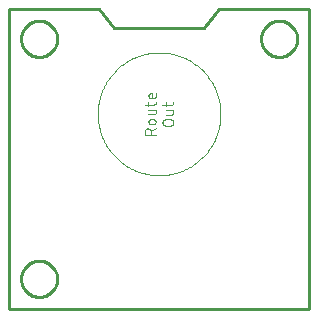
<source format=gko>
G04 EAGLE Gerber RS-274X export*
G75*
%MOMM*%
%FSLAX34Y34*%
%LPD*%
%IN*%
%IPPOS*%
%AMOC8*
5,1,8,0,0,1.08239X$1,22.5*%
G01*
%ADD10C,0.203200*%
%ADD11C,0.000000*%
%ADD12C,0.100000*%
%ADD13C,0.076200*%
%ADD14C,0.254000*%


D10*
X0Y254000D02*
X0Y0D01*
X254000Y0D01*
X254000Y254000D01*
X76200Y254000D02*
X0Y254000D01*
X76200Y254000D02*
X88900Y237490D01*
X165100Y237490D01*
X177800Y254000D01*
X254000Y254000D01*
D11*
X213360Y228600D02*
X213365Y228974D01*
X213378Y229348D01*
X213401Y229721D01*
X213433Y230094D01*
X213475Y230466D01*
X213525Y230836D01*
X213584Y231205D01*
X213653Y231573D01*
X213730Y231939D01*
X213817Y232303D01*
X213912Y232665D01*
X214016Y233024D01*
X214129Y233381D01*
X214251Y233734D01*
X214381Y234085D01*
X214520Y234432D01*
X214667Y234776D01*
X214823Y235116D01*
X214987Y235452D01*
X215160Y235784D01*
X215340Y236112D01*
X215528Y236435D01*
X215724Y236753D01*
X215928Y237067D01*
X216140Y237375D01*
X216359Y237678D01*
X216586Y237976D01*
X216819Y238268D01*
X217060Y238554D01*
X217308Y238835D01*
X217562Y239109D01*
X217824Y239376D01*
X218091Y239638D01*
X218365Y239892D01*
X218646Y240140D01*
X218932Y240381D01*
X219224Y240614D01*
X219522Y240841D01*
X219825Y241060D01*
X220133Y241272D01*
X220447Y241476D01*
X220765Y241672D01*
X221088Y241860D01*
X221416Y242040D01*
X221748Y242213D01*
X222084Y242377D01*
X222424Y242533D01*
X222768Y242680D01*
X223115Y242819D01*
X223466Y242949D01*
X223819Y243071D01*
X224176Y243184D01*
X224535Y243288D01*
X224897Y243383D01*
X225261Y243470D01*
X225627Y243547D01*
X225995Y243616D01*
X226364Y243675D01*
X226734Y243725D01*
X227106Y243767D01*
X227479Y243799D01*
X227852Y243822D01*
X228226Y243835D01*
X228600Y243840D01*
X228974Y243835D01*
X229348Y243822D01*
X229721Y243799D01*
X230094Y243767D01*
X230466Y243725D01*
X230836Y243675D01*
X231205Y243616D01*
X231573Y243547D01*
X231939Y243470D01*
X232303Y243383D01*
X232665Y243288D01*
X233024Y243184D01*
X233381Y243071D01*
X233734Y242949D01*
X234085Y242819D01*
X234432Y242680D01*
X234776Y242533D01*
X235116Y242377D01*
X235452Y242213D01*
X235784Y242040D01*
X236112Y241860D01*
X236435Y241672D01*
X236753Y241476D01*
X237067Y241272D01*
X237375Y241060D01*
X237678Y240841D01*
X237976Y240614D01*
X238268Y240381D01*
X238554Y240140D01*
X238835Y239892D01*
X239109Y239638D01*
X239376Y239376D01*
X239638Y239109D01*
X239892Y238835D01*
X240140Y238554D01*
X240381Y238268D01*
X240614Y237976D01*
X240841Y237678D01*
X241060Y237375D01*
X241272Y237067D01*
X241476Y236753D01*
X241672Y236435D01*
X241860Y236112D01*
X242040Y235784D01*
X242213Y235452D01*
X242377Y235116D01*
X242533Y234776D01*
X242680Y234432D01*
X242819Y234085D01*
X242949Y233734D01*
X243071Y233381D01*
X243184Y233024D01*
X243288Y232665D01*
X243383Y232303D01*
X243470Y231939D01*
X243547Y231573D01*
X243616Y231205D01*
X243675Y230836D01*
X243725Y230466D01*
X243767Y230094D01*
X243799Y229721D01*
X243822Y229348D01*
X243835Y228974D01*
X243840Y228600D01*
X243835Y228226D01*
X243822Y227852D01*
X243799Y227479D01*
X243767Y227106D01*
X243725Y226734D01*
X243675Y226364D01*
X243616Y225995D01*
X243547Y225627D01*
X243470Y225261D01*
X243383Y224897D01*
X243288Y224535D01*
X243184Y224176D01*
X243071Y223819D01*
X242949Y223466D01*
X242819Y223115D01*
X242680Y222768D01*
X242533Y222424D01*
X242377Y222084D01*
X242213Y221748D01*
X242040Y221416D01*
X241860Y221088D01*
X241672Y220765D01*
X241476Y220447D01*
X241272Y220133D01*
X241060Y219825D01*
X240841Y219522D01*
X240614Y219224D01*
X240381Y218932D01*
X240140Y218646D01*
X239892Y218365D01*
X239638Y218091D01*
X239376Y217824D01*
X239109Y217562D01*
X238835Y217308D01*
X238554Y217060D01*
X238268Y216819D01*
X237976Y216586D01*
X237678Y216359D01*
X237375Y216140D01*
X237067Y215928D01*
X236753Y215724D01*
X236435Y215528D01*
X236112Y215340D01*
X235784Y215160D01*
X235452Y214987D01*
X235116Y214823D01*
X234776Y214667D01*
X234432Y214520D01*
X234085Y214381D01*
X233734Y214251D01*
X233381Y214129D01*
X233024Y214016D01*
X232665Y213912D01*
X232303Y213817D01*
X231939Y213730D01*
X231573Y213653D01*
X231205Y213584D01*
X230836Y213525D01*
X230466Y213475D01*
X230094Y213433D01*
X229721Y213401D01*
X229348Y213378D01*
X228974Y213365D01*
X228600Y213360D01*
X228226Y213365D01*
X227852Y213378D01*
X227479Y213401D01*
X227106Y213433D01*
X226734Y213475D01*
X226364Y213525D01*
X225995Y213584D01*
X225627Y213653D01*
X225261Y213730D01*
X224897Y213817D01*
X224535Y213912D01*
X224176Y214016D01*
X223819Y214129D01*
X223466Y214251D01*
X223115Y214381D01*
X222768Y214520D01*
X222424Y214667D01*
X222084Y214823D01*
X221748Y214987D01*
X221416Y215160D01*
X221088Y215340D01*
X220765Y215528D01*
X220447Y215724D01*
X220133Y215928D01*
X219825Y216140D01*
X219522Y216359D01*
X219224Y216586D01*
X218932Y216819D01*
X218646Y217060D01*
X218365Y217308D01*
X218091Y217562D01*
X217824Y217824D01*
X217562Y218091D01*
X217308Y218365D01*
X217060Y218646D01*
X216819Y218932D01*
X216586Y219224D01*
X216359Y219522D01*
X216140Y219825D01*
X215928Y220133D01*
X215724Y220447D01*
X215528Y220765D01*
X215340Y221088D01*
X215160Y221416D01*
X214987Y221748D01*
X214823Y222084D01*
X214667Y222424D01*
X214520Y222768D01*
X214381Y223115D01*
X214251Y223466D01*
X214129Y223819D01*
X214016Y224176D01*
X213912Y224535D01*
X213817Y224897D01*
X213730Y225261D01*
X213653Y225627D01*
X213584Y225995D01*
X213525Y226364D01*
X213475Y226734D01*
X213433Y227106D01*
X213401Y227479D01*
X213378Y227852D01*
X213365Y228226D01*
X213360Y228600D01*
X10160Y228600D02*
X10165Y228974D01*
X10178Y229348D01*
X10201Y229721D01*
X10233Y230094D01*
X10275Y230466D01*
X10325Y230836D01*
X10384Y231205D01*
X10453Y231573D01*
X10530Y231939D01*
X10617Y232303D01*
X10712Y232665D01*
X10816Y233024D01*
X10929Y233381D01*
X11051Y233734D01*
X11181Y234085D01*
X11320Y234432D01*
X11467Y234776D01*
X11623Y235116D01*
X11787Y235452D01*
X11960Y235784D01*
X12140Y236112D01*
X12328Y236435D01*
X12524Y236753D01*
X12728Y237067D01*
X12940Y237375D01*
X13159Y237678D01*
X13386Y237976D01*
X13619Y238268D01*
X13860Y238554D01*
X14108Y238835D01*
X14362Y239109D01*
X14624Y239376D01*
X14891Y239638D01*
X15165Y239892D01*
X15446Y240140D01*
X15732Y240381D01*
X16024Y240614D01*
X16322Y240841D01*
X16625Y241060D01*
X16933Y241272D01*
X17247Y241476D01*
X17565Y241672D01*
X17888Y241860D01*
X18216Y242040D01*
X18548Y242213D01*
X18884Y242377D01*
X19224Y242533D01*
X19568Y242680D01*
X19915Y242819D01*
X20266Y242949D01*
X20619Y243071D01*
X20976Y243184D01*
X21335Y243288D01*
X21697Y243383D01*
X22061Y243470D01*
X22427Y243547D01*
X22795Y243616D01*
X23164Y243675D01*
X23534Y243725D01*
X23906Y243767D01*
X24279Y243799D01*
X24652Y243822D01*
X25026Y243835D01*
X25400Y243840D01*
X25774Y243835D01*
X26148Y243822D01*
X26521Y243799D01*
X26894Y243767D01*
X27266Y243725D01*
X27636Y243675D01*
X28005Y243616D01*
X28373Y243547D01*
X28739Y243470D01*
X29103Y243383D01*
X29465Y243288D01*
X29824Y243184D01*
X30181Y243071D01*
X30534Y242949D01*
X30885Y242819D01*
X31232Y242680D01*
X31576Y242533D01*
X31916Y242377D01*
X32252Y242213D01*
X32584Y242040D01*
X32912Y241860D01*
X33235Y241672D01*
X33553Y241476D01*
X33867Y241272D01*
X34175Y241060D01*
X34478Y240841D01*
X34776Y240614D01*
X35068Y240381D01*
X35354Y240140D01*
X35635Y239892D01*
X35909Y239638D01*
X36176Y239376D01*
X36438Y239109D01*
X36692Y238835D01*
X36940Y238554D01*
X37181Y238268D01*
X37414Y237976D01*
X37641Y237678D01*
X37860Y237375D01*
X38072Y237067D01*
X38276Y236753D01*
X38472Y236435D01*
X38660Y236112D01*
X38840Y235784D01*
X39013Y235452D01*
X39177Y235116D01*
X39333Y234776D01*
X39480Y234432D01*
X39619Y234085D01*
X39749Y233734D01*
X39871Y233381D01*
X39984Y233024D01*
X40088Y232665D01*
X40183Y232303D01*
X40270Y231939D01*
X40347Y231573D01*
X40416Y231205D01*
X40475Y230836D01*
X40525Y230466D01*
X40567Y230094D01*
X40599Y229721D01*
X40622Y229348D01*
X40635Y228974D01*
X40640Y228600D01*
X40635Y228226D01*
X40622Y227852D01*
X40599Y227479D01*
X40567Y227106D01*
X40525Y226734D01*
X40475Y226364D01*
X40416Y225995D01*
X40347Y225627D01*
X40270Y225261D01*
X40183Y224897D01*
X40088Y224535D01*
X39984Y224176D01*
X39871Y223819D01*
X39749Y223466D01*
X39619Y223115D01*
X39480Y222768D01*
X39333Y222424D01*
X39177Y222084D01*
X39013Y221748D01*
X38840Y221416D01*
X38660Y221088D01*
X38472Y220765D01*
X38276Y220447D01*
X38072Y220133D01*
X37860Y219825D01*
X37641Y219522D01*
X37414Y219224D01*
X37181Y218932D01*
X36940Y218646D01*
X36692Y218365D01*
X36438Y218091D01*
X36176Y217824D01*
X35909Y217562D01*
X35635Y217308D01*
X35354Y217060D01*
X35068Y216819D01*
X34776Y216586D01*
X34478Y216359D01*
X34175Y216140D01*
X33867Y215928D01*
X33553Y215724D01*
X33235Y215528D01*
X32912Y215340D01*
X32584Y215160D01*
X32252Y214987D01*
X31916Y214823D01*
X31576Y214667D01*
X31232Y214520D01*
X30885Y214381D01*
X30534Y214251D01*
X30181Y214129D01*
X29824Y214016D01*
X29465Y213912D01*
X29103Y213817D01*
X28739Y213730D01*
X28373Y213653D01*
X28005Y213584D01*
X27636Y213525D01*
X27266Y213475D01*
X26894Y213433D01*
X26521Y213401D01*
X26148Y213378D01*
X25774Y213365D01*
X25400Y213360D01*
X25026Y213365D01*
X24652Y213378D01*
X24279Y213401D01*
X23906Y213433D01*
X23534Y213475D01*
X23164Y213525D01*
X22795Y213584D01*
X22427Y213653D01*
X22061Y213730D01*
X21697Y213817D01*
X21335Y213912D01*
X20976Y214016D01*
X20619Y214129D01*
X20266Y214251D01*
X19915Y214381D01*
X19568Y214520D01*
X19224Y214667D01*
X18884Y214823D01*
X18548Y214987D01*
X18216Y215160D01*
X17888Y215340D01*
X17565Y215528D01*
X17247Y215724D01*
X16933Y215928D01*
X16625Y216140D01*
X16322Y216359D01*
X16024Y216586D01*
X15732Y216819D01*
X15446Y217060D01*
X15165Y217308D01*
X14891Y217562D01*
X14624Y217824D01*
X14362Y218091D01*
X14108Y218365D01*
X13860Y218646D01*
X13619Y218932D01*
X13386Y219224D01*
X13159Y219522D01*
X12940Y219825D01*
X12728Y220133D01*
X12524Y220447D01*
X12328Y220765D01*
X12140Y221088D01*
X11960Y221416D01*
X11787Y221748D01*
X11623Y222084D01*
X11467Y222424D01*
X11320Y222768D01*
X11181Y223115D01*
X11051Y223466D01*
X10929Y223819D01*
X10816Y224176D01*
X10712Y224535D01*
X10617Y224897D01*
X10530Y225261D01*
X10453Y225627D01*
X10384Y225995D01*
X10325Y226364D01*
X10275Y226734D01*
X10233Y227106D01*
X10201Y227479D01*
X10178Y227852D01*
X10165Y228226D01*
X10160Y228600D01*
X10160Y25400D02*
X10165Y25774D01*
X10178Y26148D01*
X10201Y26521D01*
X10233Y26894D01*
X10275Y27266D01*
X10325Y27636D01*
X10384Y28005D01*
X10453Y28373D01*
X10530Y28739D01*
X10617Y29103D01*
X10712Y29465D01*
X10816Y29824D01*
X10929Y30181D01*
X11051Y30534D01*
X11181Y30885D01*
X11320Y31232D01*
X11467Y31576D01*
X11623Y31916D01*
X11787Y32252D01*
X11960Y32584D01*
X12140Y32912D01*
X12328Y33235D01*
X12524Y33553D01*
X12728Y33867D01*
X12940Y34175D01*
X13159Y34478D01*
X13386Y34776D01*
X13619Y35068D01*
X13860Y35354D01*
X14108Y35635D01*
X14362Y35909D01*
X14624Y36176D01*
X14891Y36438D01*
X15165Y36692D01*
X15446Y36940D01*
X15732Y37181D01*
X16024Y37414D01*
X16322Y37641D01*
X16625Y37860D01*
X16933Y38072D01*
X17247Y38276D01*
X17565Y38472D01*
X17888Y38660D01*
X18216Y38840D01*
X18548Y39013D01*
X18884Y39177D01*
X19224Y39333D01*
X19568Y39480D01*
X19915Y39619D01*
X20266Y39749D01*
X20619Y39871D01*
X20976Y39984D01*
X21335Y40088D01*
X21697Y40183D01*
X22061Y40270D01*
X22427Y40347D01*
X22795Y40416D01*
X23164Y40475D01*
X23534Y40525D01*
X23906Y40567D01*
X24279Y40599D01*
X24652Y40622D01*
X25026Y40635D01*
X25400Y40640D01*
X25774Y40635D01*
X26148Y40622D01*
X26521Y40599D01*
X26894Y40567D01*
X27266Y40525D01*
X27636Y40475D01*
X28005Y40416D01*
X28373Y40347D01*
X28739Y40270D01*
X29103Y40183D01*
X29465Y40088D01*
X29824Y39984D01*
X30181Y39871D01*
X30534Y39749D01*
X30885Y39619D01*
X31232Y39480D01*
X31576Y39333D01*
X31916Y39177D01*
X32252Y39013D01*
X32584Y38840D01*
X32912Y38660D01*
X33235Y38472D01*
X33553Y38276D01*
X33867Y38072D01*
X34175Y37860D01*
X34478Y37641D01*
X34776Y37414D01*
X35068Y37181D01*
X35354Y36940D01*
X35635Y36692D01*
X35909Y36438D01*
X36176Y36176D01*
X36438Y35909D01*
X36692Y35635D01*
X36940Y35354D01*
X37181Y35068D01*
X37414Y34776D01*
X37641Y34478D01*
X37860Y34175D01*
X38072Y33867D01*
X38276Y33553D01*
X38472Y33235D01*
X38660Y32912D01*
X38840Y32584D01*
X39013Y32252D01*
X39177Y31916D01*
X39333Y31576D01*
X39480Y31232D01*
X39619Y30885D01*
X39749Y30534D01*
X39871Y30181D01*
X39984Y29824D01*
X40088Y29465D01*
X40183Y29103D01*
X40270Y28739D01*
X40347Y28373D01*
X40416Y28005D01*
X40475Y27636D01*
X40525Y27266D01*
X40567Y26894D01*
X40599Y26521D01*
X40622Y26148D01*
X40635Y25774D01*
X40640Y25400D01*
X40635Y25026D01*
X40622Y24652D01*
X40599Y24279D01*
X40567Y23906D01*
X40525Y23534D01*
X40475Y23164D01*
X40416Y22795D01*
X40347Y22427D01*
X40270Y22061D01*
X40183Y21697D01*
X40088Y21335D01*
X39984Y20976D01*
X39871Y20619D01*
X39749Y20266D01*
X39619Y19915D01*
X39480Y19568D01*
X39333Y19224D01*
X39177Y18884D01*
X39013Y18548D01*
X38840Y18216D01*
X38660Y17888D01*
X38472Y17565D01*
X38276Y17247D01*
X38072Y16933D01*
X37860Y16625D01*
X37641Y16322D01*
X37414Y16024D01*
X37181Y15732D01*
X36940Y15446D01*
X36692Y15165D01*
X36438Y14891D01*
X36176Y14624D01*
X35909Y14362D01*
X35635Y14108D01*
X35354Y13860D01*
X35068Y13619D01*
X34776Y13386D01*
X34478Y13159D01*
X34175Y12940D01*
X33867Y12728D01*
X33553Y12524D01*
X33235Y12328D01*
X32912Y12140D01*
X32584Y11960D01*
X32252Y11787D01*
X31916Y11623D01*
X31576Y11467D01*
X31232Y11320D01*
X30885Y11181D01*
X30534Y11051D01*
X30181Y10929D01*
X29824Y10816D01*
X29465Y10712D01*
X29103Y10617D01*
X28739Y10530D01*
X28373Y10453D01*
X28005Y10384D01*
X27636Y10325D01*
X27266Y10275D01*
X26894Y10233D01*
X26521Y10201D01*
X26148Y10178D01*
X25774Y10165D01*
X25400Y10160D01*
X25026Y10165D01*
X24652Y10178D01*
X24279Y10201D01*
X23906Y10233D01*
X23534Y10275D01*
X23164Y10325D01*
X22795Y10384D01*
X22427Y10453D01*
X22061Y10530D01*
X21697Y10617D01*
X21335Y10712D01*
X20976Y10816D01*
X20619Y10929D01*
X20266Y11051D01*
X19915Y11181D01*
X19568Y11320D01*
X19224Y11467D01*
X18884Y11623D01*
X18548Y11787D01*
X18216Y11960D01*
X17888Y12140D01*
X17565Y12328D01*
X17247Y12524D01*
X16933Y12728D01*
X16625Y12940D01*
X16322Y13159D01*
X16024Y13386D01*
X15732Y13619D01*
X15446Y13860D01*
X15165Y14108D01*
X14891Y14362D01*
X14624Y14624D01*
X14362Y14891D01*
X14108Y15165D01*
X13860Y15446D01*
X13619Y15732D01*
X13386Y16024D01*
X13159Y16322D01*
X12940Y16625D01*
X12728Y16933D01*
X12524Y17247D01*
X12328Y17565D01*
X12140Y17888D01*
X11960Y18216D01*
X11787Y18548D01*
X11623Y18884D01*
X11467Y19224D01*
X11320Y19568D01*
X11181Y19915D01*
X11051Y20266D01*
X10929Y20619D01*
X10816Y20976D01*
X10712Y21335D01*
X10617Y21697D01*
X10530Y22061D01*
X10453Y22427D01*
X10384Y22795D01*
X10325Y23164D01*
X10275Y23534D01*
X10233Y23906D01*
X10201Y24279D01*
X10178Y24652D01*
X10165Y25026D01*
X10160Y25400D01*
D12*
X75000Y165100D02*
X75016Y166376D01*
X75063Y167652D01*
X75141Y168925D01*
X75250Y170197D01*
X75391Y171465D01*
X75563Y172730D01*
X75766Y173990D01*
X75999Y175245D01*
X76263Y176493D01*
X76558Y177735D01*
X76884Y178969D01*
X77239Y180195D01*
X77625Y181411D01*
X78040Y182618D01*
X78484Y183815D01*
X78958Y185000D01*
X79461Y186173D01*
X79993Y187333D01*
X80552Y188480D01*
X81140Y189613D01*
X81755Y190731D01*
X82398Y191833D01*
X83068Y192920D01*
X83764Y193990D01*
X84486Y195042D01*
X85233Y196076D01*
X86006Y197092D01*
X86803Y198088D01*
X87625Y199065D01*
X88471Y200021D01*
X89339Y200956D01*
X90230Y201870D01*
X91144Y202761D01*
X92079Y203629D01*
X93035Y204475D01*
X94012Y205297D01*
X95008Y206094D01*
X96024Y206867D01*
X97058Y207614D01*
X98110Y208336D01*
X99180Y209032D01*
X100267Y209702D01*
X101369Y210345D01*
X102487Y210960D01*
X103620Y211548D01*
X104767Y212107D01*
X105927Y212639D01*
X107100Y213142D01*
X108285Y213616D01*
X109482Y214060D01*
X110689Y214475D01*
X111905Y214861D01*
X113131Y215216D01*
X114365Y215542D01*
X115607Y215837D01*
X116855Y216101D01*
X118110Y216334D01*
X119370Y216537D01*
X120635Y216709D01*
X121903Y216850D01*
X123175Y216959D01*
X124448Y217037D01*
X125724Y217084D01*
X127000Y217100D01*
X128276Y217084D01*
X129552Y217037D01*
X130825Y216959D01*
X132097Y216850D01*
X133365Y216709D01*
X134630Y216537D01*
X135890Y216334D01*
X137145Y216101D01*
X138393Y215837D01*
X139635Y215542D01*
X140869Y215216D01*
X142095Y214861D01*
X143311Y214475D01*
X144518Y214060D01*
X145715Y213616D01*
X146900Y213142D01*
X148073Y212639D01*
X149233Y212107D01*
X150380Y211548D01*
X151513Y210960D01*
X152631Y210345D01*
X153733Y209702D01*
X154820Y209032D01*
X155890Y208336D01*
X156942Y207614D01*
X157976Y206867D01*
X158992Y206094D01*
X159988Y205297D01*
X160965Y204475D01*
X161921Y203629D01*
X162856Y202761D01*
X163770Y201870D01*
X164661Y200956D01*
X165529Y200021D01*
X166375Y199065D01*
X167197Y198088D01*
X167994Y197092D01*
X168767Y196076D01*
X169514Y195042D01*
X170236Y193990D01*
X170932Y192920D01*
X171602Y191833D01*
X172245Y190731D01*
X172860Y189613D01*
X173448Y188480D01*
X174007Y187333D01*
X174539Y186173D01*
X175042Y185000D01*
X175516Y183815D01*
X175960Y182618D01*
X176375Y181411D01*
X176761Y180195D01*
X177116Y178969D01*
X177442Y177735D01*
X177737Y176493D01*
X178001Y175245D01*
X178234Y173990D01*
X178437Y172730D01*
X178609Y171465D01*
X178750Y170197D01*
X178859Y168925D01*
X178937Y167652D01*
X178984Y166376D01*
X179000Y165100D01*
X178984Y163824D01*
X178937Y162548D01*
X178859Y161275D01*
X178750Y160003D01*
X178609Y158735D01*
X178437Y157470D01*
X178234Y156210D01*
X178001Y154955D01*
X177737Y153707D01*
X177442Y152465D01*
X177116Y151231D01*
X176761Y150005D01*
X176375Y148789D01*
X175960Y147582D01*
X175516Y146385D01*
X175042Y145200D01*
X174539Y144027D01*
X174007Y142867D01*
X173448Y141720D01*
X172860Y140587D01*
X172245Y139469D01*
X171602Y138367D01*
X170932Y137280D01*
X170236Y136210D01*
X169514Y135158D01*
X168767Y134124D01*
X167994Y133108D01*
X167197Y132112D01*
X166375Y131135D01*
X165529Y130179D01*
X164661Y129244D01*
X163770Y128330D01*
X162856Y127439D01*
X161921Y126571D01*
X160965Y125725D01*
X159988Y124903D01*
X158992Y124106D01*
X157976Y123333D01*
X156942Y122586D01*
X155890Y121864D01*
X154820Y121168D01*
X153733Y120498D01*
X152631Y119855D01*
X151513Y119240D01*
X150380Y118652D01*
X149233Y118093D01*
X148073Y117561D01*
X146900Y117058D01*
X145715Y116584D01*
X144518Y116140D01*
X143311Y115725D01*
X142095Y115339D01*
X140869Y114984D01*
X139635Y114658D01*
X138393Y114363D01*
X137145Y114099D01*
X135890Y113866D01*
X134630Y113663D01*
X133365Y113491D01*
X132097Y113350D01*
X130825Y113241D01*
X129552Y113163D01*
X128276Y113116D01*
X127000Y113100D01*
X125724Y113116D01*
X124448Y113163D01*
X123175Y113241D01*
X121903Y113350D01*
X120635Y113491D01*
X119370Y113663D01*
X118110Y113866D01*
X116855Y114099D01*
X115607Y114363D01*
X114365Y114658D01*
X113131Y114984D01*
X111905Y115339D01*
X110689Y115725D01*
X109482Y116140D01*
X108285Y116584D01*
X107100Y117058D01*
X105927Y117561D01*
X104767Y118093D01*
X103620Y118652D01*
X102487Y119240D01*
X101369Y119855D01*
X100267Y120498D01*
X99180Y121168D01*
X98110Y121864D01*
X97058Y122586D01*
X96024Y123333D01*
X95008Y124106D01*
X94012Y124903D01*
X93035Y125725D01*
X92079Y126571D01*
X91144Y127439D01*
X90230Y128330D01*
X89339Y129244D01*
X88471Y130179D01*
X87625Y131135D01*
X86803Y132112D01*
X86006Y133108D01*
X85233Y134124D01*
X84486Y135158D01*
X83764Y136210D01*
X83068Y137280D01*
X82398Y138367D01*
X81755Y139469D01*
X81140Y140587D01*
X80552Y141720D01*
X79993Y142867D01*
X79461Y144027D01*
X78958Y145200D01*
X78484Y146385D01*
X78040Y147582D01*
X77625Y148789D01*
X77239Y150005D01*
X76884Y151231D01*
X76558Y152465D01*
X76263Y153707D01*
X75999Y154955D01*
X75766Y156210D01*
X75563Y157470D01*
X75391Y158735D01*
X75250Y160003D01*
X75141Y161275D01*
X75063Y162548D01*
X75016Y163824D01*
X75000Y165100D01*
D13*
X114881Y147669D02*
X124119Y147669D01*
X114881Y147669D02*
X114881Y150235D01*
X114883Y150334D01*
X114889Y150434D01*
X114898Y150533D01*
X114912Y150631D01*
X114929Y150729D01*
X114950Y150827D01*
X114975Y150923D01*
X115004Y151018D01*
X115036Y151113D01*
X115072Y151205D01*
X115111Y151297D01*
X115154Y151387D01*
X115200Y151475D01*
X115250Y151561D01*
X115303Y151645D01*
X115359Y151727D01*
X115419Y151807D01*
X115481Y151884D01*
X115547Y151959D01*
X115615Y152032D01*
X115686Y152101D01*
X115760Y152168D01*
X115836Y152232D01*
X115915Y152293D01*
X115996Y152351D01*
X116079Y152406D01*
X116164Y152457D01*
X116251Y152505D01*
X116340Y152550D01*
X116431Y152591D01*
X116523Y152629D01*
X116616Y152663D01*
X116711Y152693D01*
X116807Y152720D01*
X116904Y152743D01*
X117001Y152762D01*
X117100Y152777D01*
X117199Y152789D01*
X117298Y152797D01*
X117397Y152801D01*
X117497Y152801D01*
X117596Y152797D01*
X117695Y152789D01*
X117794Y152777D01*
X117893Y152762D01*
X117990Y152743D01*
X118087Y152720D01*
X118183Y152693D01*
X118278Y152663D01*
X118371Y152629D01*
X118463Y152591D01*
X118554Y152550D01*
X118643Y152505D01*
X118730Y152457D01*
X118815Y152406D01*
X118898Y152351D01*
X118979Y152293D01*
X119058Y152232D01*
X119134Y152168D01*
X119208Y152101D01*
X119279Y152032D01*
X119347Y151959D01*
X119413Y151884D01*
X119475Y151807D01*
X119535Y151727D01*
X119591Y151645D01*
X119644Y151561D01*
X119694Y151475D01*
X119740Y151387D01*
X119783Y151297D01*
X119822Y151205D01*
X119858Y151113D01*
X119890Y151018D01*
X119919Y150923D01*
X119944Y150827D01*
X119965Y150729D01*
X119982Y150631D01*
X119996Y150533D01*
X120005Y150434D01*
X120011Y150334D01*
X120013Y150235D01*
X120013Y147669D01*
X120013Y150748D02*
X124119Y152801D01*
X122066Y156525D02*
X120013Y156525D01*
X119923Y156527D01*
X119834Y156533D01*
X119745Y156543D01*
X119657Y156556D01*
X119569Y156574D01*
X119482Y156595D01*
X119396Y156620D01*
X119311Y156649D01*
X119227Y156681D01*
X119145Y156717D01*
X119065Y156757D01*
X118987Y156800D01*
X118910Y156847D01*
X118835Y156896D01*
X118763Y156949D01*
X118693Y157005D01*
X118626Y157064D01*
X118561Y157126D01*
X118499Y157191D01*
X118440Y157258D01*
X118384Y157328D01*
X118331Y157400D01*
X118282Y157475D01*
X118235Y157552D01*
X118192Y157630D01*
X118152Y157710D01*
X118116Y157792D01*
X118084Y157876D01*
X118055Y157961D01*
X118030Y158047D01*
X118009Y158134D01*
X117991Y158222D01*
X117978Y158310D01*
X117968Y158399D01*
X117962Y158488D01*
X117960Y158578D01*
X117962Y158668D01*
X117968Y158757D01*
X117978Y158846D01*
X117991Y158934D01*
X118009Y159022D01*
X118030Y159109D01*
X118055Y159195D01*
X118084Y159280D01*
X118116Y159364D01*
X118152Y159446D01*
X118192Y159526D01*
X118235Y159605D01*
X118282Y159681D01*
X118331Y159756D01*
X118384Y159828D01*
X118440Y159898D01*
X118499Y159965D01*
X118561Y160030D01*
X118626Y160092D01*
X118693Y160151D01*
X118763Y160207D01*
X118835Y160260D01*
X118910Y160309D01*
X118987Y160356D01*
X119065Y160399D01*
X119145Y160439D01*
X119227Y160475D01*
X119311Y160507D01*
X119396Y160536D01*
X119482Y160561D01*
X119569Y160582D01*
X119657Y160600D01*
X119745Y160613D01*
X119834Y160623D01*
X119923Y160629D01*
X120013Y160631D01*
X122066Y160631D01*
X122156Y160629D01*
X122245Y160623D01*
X122334Y160613D01*
X122422Y160600D01*
X122510Y160582D01*
X122597Y160561D01*
X122683Y160536D01*
X122768Y160507D01*
X122852Y160475D01*
X122934Y160439D01*
X123014Y160399D01*
X123093Y160356D01*
X123169Y160309D01*
X123244Y160260D01*
X123316Y160207D01*
X123386Y160151D01*
X123453Y160092D01*
X123518Y160030D01*
X123580Y159965D01*
X123639Y159898D01*
X123695Y159828D01*
X123748Y159756D01*
X123797Y159681D01*
X123844Y159605D01*
X123887Y159526D01*
X123927Y159446D01*
X123963Y159364D01*
X123995Y159280D01*
X124024Y159195D01*
X124049Y159109D01*
X124070Y159022D01*
X124088Y158934D01*
X124101Y158846D01*
X124111Y158757D01*
X124117Y158668D01*
X124119Y158578D01*
X124117Y158488D01*
X124111Y158399D01*
X124101Y158310D01*
X124088Y158222D01*
X124070Y158134D01*
X124049Y158047D01*
X124024Y157961D01*
X123995Y157876D01*
X123963Y157792D01*
X123927Y157710D01*
X123887Y157630D01*
X123844Y157552D01*
X123797Y157475D01*
X123748Y157400D01*
X123695Y157328D01*
X123639Y157258D01*
X123580Y157191D01*
X123518Y157126D01*
X123453Y157064D01*
X123386Y157005D01*
X123316Y156949D01*
X123244Y156896D01*
X123169Y156847D01*
X123093Y156800D01*
X123014Y156757D01*
X122934Y156717D01*
X122852Y156681D01*
X122768Y156649D01*
X122683Y156620D01*
X122597Y156595D01*
X122510Y156574D01*
X122422Y156556D01*
X122334Y156543D01*
X122245Y156533D01*
X122156Y156527D01*
X122066Y156525D01*
X122579Y164625D02*
X117960Y164625D01*
X122579Y164625D02*
X122655Y164627D01*
X122730Y164632D01*
X122805Y164642D01*
X122879Y164655D01*
X122953Y164671D01*
X123026Y164691D01*
X123098Y164715D01*
X123168Y164742D01*
X123237Y164773D01*
X123305Y164807D01*
X123371Y164844D01*
X123435Y164885D01*
X123496Y164928D01*
X123556Y164975D01*
X123613Y165024D01*
X123668Y165076D01*
X123720Y165131D01*
X123769Y165188D01*
X123816Y165248D01*
X123859Y165309D01*
X123900Y165373D01*
X123937Y165439D01*
X123971Y165507D01*
X124002Y165576D01*
X124029Y165646D01*
X124053Y165718D01*
X124073Y165791D01*
X124089Y165865D01*
X124102Y165939D01*
X124112Y166014D01*
X124117Y166089D01*
X124119Y166165D01*
X124119Y168731D01*
X117960Y168731D01*
X117960Y171968D02*
X117960Y175047D01*
X114881Y172994D02*
X122579Y172994D01*
X122655Y172996D01*
X122730Y173001D01*
X122805Y173011D01*
X122879Y173024D01*
X122953Y173040D01*
X123026Y173060D01*
X123098Y173084D01*
X123168Y173111D01*
X123237Y173142D01*
X123305Y173176D01*
X123371Y173213D01*
X123435Y173254D01*
X123496Y173297D01*
X123556Y173344D01*
X123613Y173393D01*
X123668Y173445D01*
X123720Y173500D01*
X123769Y173557D01*
X123816Y173617D01*
X123859Y173678D01*
X123900Y173742D01*
X123937Y173808D01*
X123971Y173876D01*
X124002Y173945D01*
X124029Y174015D01*
X124053Y174087D01*
X124073Y174160D01*
X124089Y174234D01*
X124102Y174308D01*
X124112Y174383D01*
X124117Y174458D01*
X124119Y174534D01*
X124119Y175047D01*
X124119Y179965D02*
X124119Y182531D01*
X124119Y179965D02*
X124117Y179887D01*
X124111Y179809D01*
X124101Y179732D01*
X124087Y179655D01*
X124070Y179579D01*
X124048Y179504D01*
X124023Y179430D01*
X123994Y179358D01*
X123962Y179287D01*
X123925Y179218D01*
X123886Y179150D01*
X123843Y179085D01*
X123797Y179022D01*
X123747Y178962D01*
X123695Y178904D01*
X123640Y178849D01*
X123582Y178797D01*
X123522Y178747D01*
X123459Y178701D01*
X123394Y178658D01*
X123326Y178619D01*
X123257Y178582D01*
X123186Y178550D01*
X123114Y178521D01*
X123040Y178496D01*
X122965Y178474D01*
X122889Y178457D01*
X122812Y178443D01*
X122735Y178433D01*
X122657Y178427D01*
X122579Y178425D01*
X120013Y178425D01*
X119923Y178427D01*
X119834Y178433D01*
X119745Y178443D01*
X119657Y178456D01*
X119569Y178474D01*
X119482Y178495D01*
X119396Y178520D01*
X119311Y178549D01*
X119227Y178581D01*
X119145Y178617D01*
X119065Y178657D01*
X118987Y178700D01*
X118910Y178747D01*
X118835Y178796D01*
X118763Y178849D01*
X118693Y178905D01*
X118626Y178964D01*
X118561Y179026D01*
X118499Y179091D01*
X118440Y179158D01*
X118384Y179228D01*
X118331Y179300D01*
X118282Y179375D01*
X118235Y179452D01*
X118192Y179530D01*
X118152Y179610D01*
X118116Y179692D01*
X118084Y179776D01*
X118055Y179861D01*
X118030Y179947D01*
X118009Y180034D01*
X117991Y180122D01*
X117978Y180210D01*
X117968Y180299D01*
X117962Y180388D01*
X117960Y180478D01*
X117962Y180568D01*
X117968Y180657D01*
X117978Y180746D01*
X117991Y180834D01*
X118009Y180922D01*
X118030Y181009D01*
X118055Y181095D01*
X118084Y181180D01*
X118116Y181264D01*
X118152Y181346D01*
X118192Y181426D01*
X118235Y181505D01*
X118282Y181581D01*
X118331Y181656D01*
X118384Y181728D01*
X118440Y181798D01*
X118499Y181865D01*
X118561Y181930D01*
X118626Y181992D01*
X118693Y182051D01*
X118763Y182107D01*
X118835Y182160D01*
X118910Y182209D01*
X118987Y182256D01*
X119065Y182299D01*
X119145Y182339D01*
X119227Y182375D01*
X119311Y182407D01*
X119396Y182436D01*
X119482Y182461D01*
X119569Y182482D01*
X119657Y182500D01*
X119745Y182513D01*
X119834Y182523D01*
X119923Y182529D01*
X120013Y182531D01*
X121040Y182531D01*
X121040Y178425D01*
X132447Y155283D02*
X136553Y155283D01*
X132447Y155283D02*
X132348Y155285D01*
X132248Y155291D01*
X132149Y155300D01*
X132051Y155314D01*
X131953Y155331D01*
X131855Y155352D01*
X131759Y155377D01*
X131664Y155406D01*
X131569Y155438D01*
X131477Y155474D01*
X131385Y155513D01*
X131295Y155556D01*
X131207Y155602D01*
X131121Y155652D01*
X131037Y155705D01*
X130955Y155761D01*
X130875Y155821D01*
X130798Y155883D01*
X130723Y155949D01*
X130650Y156017D01*
X130581Y156088D01*
X130514Y156162D01*
X130450Y156238D01*
X130389Y156317D01*
X130331Y156398D01*
X130276Y156481D01*
X130225Y156566D01*
X130177Y156653D01*
X130132Y156742D01*
X130091Y156833D01*
X130053Y156925D01*
X130019Y157018D01*
X129989Y157113D01*
X129962Y157209D01*
X129939Y157306D01*
X129920Y157403D01*
X129905Y157502D01*
X129893Y157601D01*
X129885Y157700D01*
X129881Y157799D01*
X129881Y157899D01*
X129885Y157998D01*
X129893Y158097D01*
X129905Y158196D01*
X129920Y158295D01*
X129939Y158392D01*
X129962Y158489D01*
X129989Y158585D01*
X130019Y158680D01*
X130053Y158773D01*
X130091Y158865D01*
X130132Y158956D01*
X130177Y159045D01*
X130225Y159132D01*
X130276Y159217D01*
X130331Y159300D01*
X130389Y159381D01*
X130450Y159460D01*
X130514Y159536D01*
X130581Y159610D01*
X130650Y159681D01*
X130723Y159749D01*
X130798Y159815D01*
X130875Y159877D01*
X130955Y159937D01*
X131037Y159993D01*
X131121Y160046D01*
X131207Y160096D01*
X131295Y160142D01*
X131385Y160185D01*
X131477Y160224D01*
X131569Y160260D01*
X131664Y160292D01*
X131759Y160321D01*
X131855Y160346D01*
X131953Y160367D01*
X132051Y160384D01*
X132149Y160398D01*
X132248Y160407D01*
X132348Y160413D01*
X132447Y160415D01*
X136553Y160415D01*
X136652Y160413D01*
X136752Y160407D01*
X136851Y160398D01*
X136949Y160384D01*
X137047Y160367D01*
X137145Y160346D01*
X137241Y160321D01*
X137336Y160292D01*
X137431Y160260D01*
X137523Y160224D01*
X137615Y160185D01*
X137705Y160142D01*
X137793Y160096D01*
X137879Y160046D01*
X137963Y159993D01*
X138045Y159937D01*
X138125Y159877D01*
X138202Y159815D01*
X138277Y159749D01*
X138350Y159681D01*
X138419Y159610D01*
X138486Y159536D01*
X138550Y159460D01*
X138611Y159381D01*
X138669Y159300D01*
X138724Y159217D01*
X138775Y159132D01*
X138823Y159045D01*
X138868Y158956D01*
X138909Y158865D01*
X138947Y158773D01*
X138981Y158680D01*
X139011Y158585D01*
X139038Y158489D01*
X139061Y158392D01*
X139080Y158295D01*
X139095Y158196D01*
X139107Y158097D01*
X139115Y157998D01*
X139119Y157899D01*
X139119Y157799D01*
X139115Y157700D01*
X139107Y157601D01*
X139095Y157502D01*
X139080Y157403D01*
X139061Y157306D01*
X139038Y157209D01*
X139011Y157113D01*
X138981Y157018D01*
X138947Y156925D01*
X138909Y156833D01*
X138868Y156742D01*
X138823Y156653D01*
X138775Y156566D01*
X138724Y156481D01*
X138669Y156398D01*
X138611Y156317D01*
X138550Y156238D01*
X138486Y156162D01*
X138419Y156088D01*
X138350Y156017D01*
X138277Y155949D01*
X138202Y155883D01*
X138125Y155821D01*
X138045Y155761D01*
X137963Y155705D01*
X137879Y155652D01*
X137793Y155602D01*
X137705Y155556D01*
X137615Y155513D01*
X137523Y155474D01*
X137431Y155438D01*
X137336Y155406D01*
X137241Y155377D01*
X137145Y155352D01*
X137047Y155331D01*
X136949Y155314D01*
X136851Y155300D01*
X136752Y155291D01*
X136652Y155285D01*
X136553Y155283D01*
X137579Y164496D02*
X132960Y164496D01*
X137579Y164496D02*
X137655Y164498D01*
X137730Y164503D01*
X137805Y164513D01*
X137879Y164526D01*
X137953Y164542D01*
X138026Y164562D01*
X138098Y164586D01*
X138168Y164613D01*
X138237Y164644D01*
X138305Y164678D01*
X138371Y164715D01*
X138435Y164756D01*
X138496Y164799D01*
X138556Y164846D01*
X138613Y164895D01*
X138668Y164947D01*
X138720Y165002D01*
X138769Y165059D01*
X138816Y165119D01*
X138859Y165180D01*
X138900Y165244D01*
X138937Y165310D01*
X138971Y165378D01*
X139002Y165447D01*
X139029Y165517D01*
X139053Y165589D01*
X139073Y165662D01*
X139089Y165736D01*
X139102Y165810D01*
X139112Y165885D01*
X139117Y165960D01*
X139119Y166036D01*
X139119Y168602D01*
X132960Y168602D01*
X132960Y171838D02*
X132960Y174917D01*
X129881Y172865D02*
X137579Y172865D01*
X137579Y172864D02*
X137655Y172866D01*
X137730Y172871D01*
X137805Y172881D01*
X137879Y172894D01*
X137953Y172910D01*
X138026Y172930D01*
X138098Y172954D01*
X138168Y172981D01*
X138237Y173012D01*
X138305Y173046D01*
X138371Y173083D01*
X138435Y173124D01*
X138496Y173167D01*
X138556Y173214D01*
X138613Y173263D01*
X138668Y173315D01*
X138720Y173370D01*
X138769Y173427D01*
X138816Y173487D01*
X138859Y173548D01*
X138900Y173612D01*
X138937Y173678D01*
X138971Y173746D01*
X139002Y173815D01*
X139029Y173885D01*
X139053Y173957D01*
X139073Y174030D01*
X139089Y174104D01*
X139102Y174178D01*
X139112Y174253D01*
X139117Y174328D01*
X139119Y174404D01*
X139119Y174917D01*
D14*
X0Y0D02*
X254000Y0D01*
X254000Y254000D01*
X177800Y254000D01*
X165100Y237490D01*
X88900Y237490D01*
X76200Y254000D01*
X0Y254000D01*
X0Y0D01*
X213360Y229144D02*
X213438Y230230D01*
X213593Y231308D01*
X213824Y232371D01*
X214131Y233416D01*
X214511Y234436D01*
X214963Y235426D01*
X215485Y236381D01*
X216074Y237297D01*
X216726Y238169D01*
X217439Y238991D01*
X218209Y239761D01*
X219031Y240474D01*
X219903Y241126D01*
X220819Y241715D01*
X221774Y242237D01*
X222764Y242689D01*
X223784Y243069D01*
X224829Y243376D01*
X225892Y243607D01*
X226970Y243762D01*
X228056Y243840D01*
X229144Y243840D01*
X230230Y243762D01*
X231308Y243607D01*
X232371Y243376D01*
X233416Y243069D01*
X234436Y242689D01*
X235426Y242237D01*
X236381Y241715D01*
X237297Y241126D01*
X238169Y240474D01*
X238991Y239761D01*
X239761Y238991D01*
X240474Y238169D01*
X241126Y237297D01*
X241715Y236381D01*
X242237Y235426D01*
X242689Y234436D01*
X243069Y233416D01*
X243376Y232371D01*
X243607Y231308D01*
X243762Y230230D01*
X243840Y229144D01*
X243840Y228056D01*
X243762Y226970D01*
X243607Y225892D01*
X243376Y224829D01*
X243069Y223784D01*
X242689Y222764D01*
X242237Y221774D01*
X241715Y220819D01*
X241126Y219903D01*
X240474Y219031D01*
X239761Y218209D01*
X238991Y217439D01*
X238169Y216726D01*
X237297Y216074D01*
X236381Y215485D01*
X235426Y214963D01*
X234436Y214511D01*
X233416Y214131D01*
X232371Y213824D01*
X231308Y213593D01*
X230230Y213438D01*
X229144Y213360D01*
X228056Y213360D01*
X226970Y213438D01*
X225892Y213593D01*
X224829Y213824D01*
X223784Y214131D01*
X222764Y214511D01*
X221774Y214963D01*
X220819Y215485D01*
X219903Y216074D01*
X219031Y216726D01*
X218209Y217439D01*
X217439Y218209D01*
X216726Y219031D01*
X216074Y219903D01*
X215485Y220819D01*
X214963Y221774D01*
X214511Y222764D01*
X214131Y223784D01*
X213824Y224829D01*
X213593Y225892D01*
X213438Y226970D01*
X213360Y228056D01*
X213360Y229144D01*
X10160Y229144D02*
X10238Y230230D01*
X10393Y231308D01*
X10624Y232371D01*
X10931Y233416D01*
X11311Y234436D01*
X11763Y235426D01*
X12285Y236381D01*
X12874Y237297D01*
X13526Y238169D01*
X14239Y238991D01*
X15009Y239761D01*
X15831Y240474D01*
X16703Y241126D01*
X17619Y241715D01*
X18574Y242237D01*
X19564Y242689D01*
X20584Y243069D01*
X21629Y243376D01*
X22692Y243607D01*
X23770Y243762D01*
X24856Y243840D01*
X25944Y243840D01*
X27030Y243762D01*
X28108Y243607D01*
X29171Y243376D01*
X30216Y243069D01*
X31236Y242689D01*
X32226Y242237D01*
X33181Y241715D01*
X34097Y241126D01*
X34969Y240474D01*
X35791Y239761D01*
X36561Y238991D01*
X37274Y238169D01*
X37926Y237297D01*
X38515Y236381D01*
X39037Y235426D01*
X39489Y234436D01*
X39869Y233416D01*
X40176Y232371D01*
X40407Y231308D01*
X40562Y230230D01*
X40640Y229144D01*
X40640Y228056D01*
X40562Y226970D01*
X40407Y225892D01*
X40176Y224829D01*
X39869Y223784D01*
X39489Y222764D01*
X39037Y221774D01*
X38515Y220819D01*
X37926Y219903D01*
X37274Y219031D01*
X36561Y218209D01*
X35791Y217439D01*
X34969Y216726D01*
X34097Y216074D01*
X33181Y215485D01*
X32226Y214963D01*
X31236Y214511D01*
X30216Y214131D01*
X29171Y213824D01*
X28108Y213593D01*
X27030Y213438D01*
X25944Y213360D01*
X24856Y213360D01*
X23770Y213438D01*
X22692Y213593D01*
X21629Y213824D01*
X20584Y214131D01*
X19564Y214511D01*
X18574Y214963D01*
X17619Y215485D01*
X16703Y216074D01*
X15831Y216726D01*
X15009Y217439D01*
X14239Y218209D01*
X13526Y219031D01*
X12874Y219903D01*
X12285Y220819D01*
X11763Y221774D01*
X11311Y222764D01*
X10931Y223784D01*
X10624Y224829D01*
X10393Y225892D01*
X10238Y226970D01*
X10160Y228056D01*
X10160Y229144D01*
X10160Y25944D02*
X10238Y27030D01*
X10393Y28108D01*
X10624Y29171D01*
X10931Y30216D01*
X11311Y31236D01*
X11763Y32226D01*
X12285Y33181D01*
X12874Y34097D01*
X13526Y34969D01*
X14239Y35791D01*
X15009Y36561D01*
X15831Y37274D01*
X16703Y37926D01*
X17619Y38515D01*
X18574Y39037D01*
X19564Y39489D01*
X20584Y39869D01*
X21629Y40176D01*
X22692Y40407D01*
X23770Y40562D01*
X24856Y40640D01*
X25944Y40640D01*
X27030Y40562D01*
X28108Y40407D01*
X29171Y40176D01*
X30216Y39869D01*
X31236Y39489D01*
X32226Y39037D01*
X33181Y38515D01*
X34097Y37926D01*
X34969Y37274D01*
X35791Y36561D01*
X36561Y35791D01*
X37274Y34969D01*
X37926Y34097D01*
X38515Y33181D01*
X39037Y32226D01*
X39489Y31236D01*
X39869Y30216D01*
X40176Y29171D01*
X40407Y28108D01*
X40562Y27030D01*
X40640Y25944D01*
X40640Y24856D01*
X40562Y23770D01*
X40407Y22692D01*
X40176Y21629D01*
X39869Y20584D01*
X39489Y19564D01*
X39037Y18574D01*
X38515Y17619D01*
X37926Y16703D01*
X37274Y15831D01*
X36561Y15009D01*
X35791Y14239D01*
X34969Y13526D01*
X34097Y12874D01*
X33181Y12285D01*
X32226Y11763D01*
X31236Y11311D01*
X30216Y10931D01*
X29171Y10624D01*
X28108Y10393D01*
X27030Y10238D01*
X25944Y10160D01*
X24856Y10160D01*
X23770Y10238D01*
X22692Y10393D01*
X21629Y10624D01*
X20584Y10931D01*
X19564Y11311D01*
X18574Y11763D01*
X17619Y12285D01*
X16703Y12874D01*
X15831Y13526D01*
X15009Y14239D01*
X14239Y15009D01*
X13526Y15831D01*
X12874Y16703D01*
X12285Y17619D01*
X11763Y18574D01*
X11311Y19564D01*
X10931Y20584D01*
X10624Y21629D01*
X10393Y22692D01*
X10238Y23770D01*
X10160Y24856D01*
X10160Y25944D01*
M02*

</source>
